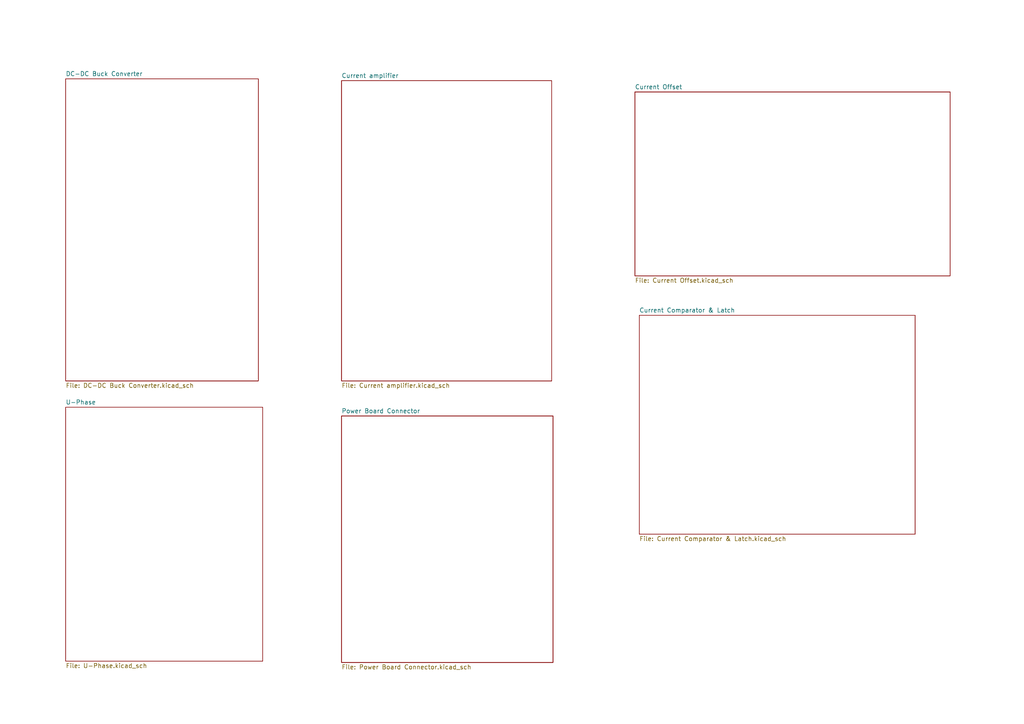
<source format=kicad_sch>
(kicad_sch
	(version 20231120)
	(generator "eeschema")
	(generator_version "8.0")
	(uuid "ab32ac57-1c18-4307-8f91-d2778314d165")
	(paper "A4")
	(lib_symbols)
	(sheet
		(at 184.15 26.67)
		(size 91.44 53.34)
		(fields_autoplaced yes)
		(stroke
			(width 0.1524)
			(type solid)
		)
		(fill
			(color 0 0 0 0.0000)
		)
		(uuid "1b716406-c046-45d0-895f-79ac70a3ecde")
		(property "Sheetname" "Current Offset"
			(at 184.15 25.9584 0)
			(effects
				(font
					(size 1.27 1.27)
				)
				(justify left bottom)
			)
		)
		(property "Sheetfile" "Current Offset.kicad_sch"
			(at 184.15 80.5946 0)
			(effects
				(font
					(size 1.27 1.27)
				)
				(justify left top)
			)
		)
		(instances
			(project "EVAL_TOLT_DC48V_3KW"
				(path "/ab32ac57-1c18-4307-8f91-d2778314d165"
					(page "6")
				)
			)
		)
	)
	(sheet
		(at 19.05 118.11)
		(size 57.15 73.66)
		(fields_autoplaced yes)
		(stroke
			(width 0.1524)
			(type solid)
		)
		(fill
			(color 0 0 0 0.0000)
		)
		(uuid "2485f593-b019-439d-890e-42320f426831")
		(property "Sheetname" "U-Phase"
			(at 19.05 117.3984 0)
			(effects
				(font
					(size 1.27 1.27)
				)
				(justify left bottom)
			)
		)
		(property "Sheetfile" "U-Phase.kicad_sch"
			(at 19.05 192.3546 0)
			(effects
				(font
					(size 1.27 1.27)
				)
				(justify left top)
			)
		)
		(instances
			(project "EVAL_TOLT_DC48V_3KW"
				(path "/ab32ac57-1c18-4307-8f91-d2778314d165"
					(page "3")
				)
			)
		)
	)
	(sheet
		(at 99.06 23.3934)
		(size 60.96 87.0966)
		(fields_autoplaced yes)
		(stroke
			(width 0.1524)
			(type solid)
		)
		(fill
			(color 0 0 0 0.0000)
		)
		(uuid "8b314924-91f0-419d-ab10-67cac4e4e0de")
		(property "Sheetname" "Current amplifier"
			(at 99.06 22.6818 0)
			(effects
				(font
					(size 1.27 1.27)
				)
				(justify left bottom)
			)
		)
		(property "Sheetfile" "Current amplifier.kicad_sch"
			(at 99.06 111.0746 0)
			(effects
				(font
					(size 1.27 1.27)
				)
				(justify left top)
			)
		)
		(instances
			(project "EVAL_TOLT_DC48V_3KW"
				(path "/ab32ac57-1c18-4307-8f91-d2778314d165"
					(page "5")
				)
			)
		)
	)
	(sheet
		(at 19.05 22.86)
		(size 55.88 87.63)
		(fields_autoplaced yes)
		(stroke
			(width 0.1524)
			(type solid)
		)
		(fill
			(color 0 0 0 0.0000)
		)
		(uuid "9ee2cd02-96d7-461b-b7fb-170453b1d10b")
		(property "Sheetname" "DC-DC Buck Converter"
			(at 19.05 22.1484 0)
			(effects
				(font
					(size 1.27 1.27)
				)
				(justify left bottom)
			)
		)
		(property "Sheetfile" "DC-DC Buck Converter.kicad_sch"
			(at 19.05 111.0746 0)
			(effects
				(font
					(size 1.27 1.27)
				)
				(justify left top)
			)
		)
		(instances
			(project "EVAL_TOLT_DC48V_3KW"
				(path "/ab32ac57-1c18-4307-8f91-d2778314d165"
					(page "2")
				)
			)
		)
	)
	(sheet
		(at 99.06 120.65)
		(size 61.341 71.501)
		(fields_autoplaced yes)
		(stroke
			(width 0.1524)
			(type solid)
		)
		(fill
			(color 0 0 0 0.0000)
		)
		(uuid "c5d2820f-dc5b-4980-906d-0f8bd6a51e5e")
		(property "Sheetname" "Power Board Connector"
			(at 99.06 119.9384 0)
			(effects
				(font
					(size 1.27 1.27)
				)
				(justify left bottom)
			)
		)
		(property "Sheetfile" "Power Board Connector.kicad_sch"
			(at 99.06 192.7356 0)
			(effects
				(font
					(size 1.27 1.27)
				)
				(justify left top)
			)
		)
		(instances
			(project "EVAL_TOLT_DC48V_3KW"
				(path "/ab32ac57-1c18-4307-8f91-d2778314d165"
					(page "4")
				)
			)
		)
	)
	(sheet
		(at 185.42 91.44)
		(size 80.01 63.5)
		(fields_autoplaced yes)
		(stroke
			(width 0.1524)
			(type solid)
		)
		(fill
			(color 0 0 0 0.0000)
		)
		(uuid "ef0a0738-4921-4f83-aeb3-c8d5023e08d9")
		(property "Sheetname" "Current Comparator & Latch"
			(at 185.42 90.7284 0)
			(effects
				(font
					(size 1.27 1.27)
				)
				(justify left bottom)
			)
		)
		(property "Sheetfile" "Current Comparator & Latch.kicad_sch"
			(at 185.42 155.5246 0)
			(effects
				(font
					(size 1.27 1.27)
				)
				(justify left top)
			)
		)
		(instances
			(project "EVAL_TOLT_DC48V_3KW"
				(path "/ab32ac57-1c18-4307-8f91-d2778314d165"
					(page "7")
				)
			)
		)
	)
	(sheet_instances
		(path "/"
			(page "1")
		)
	)
)

</source>
